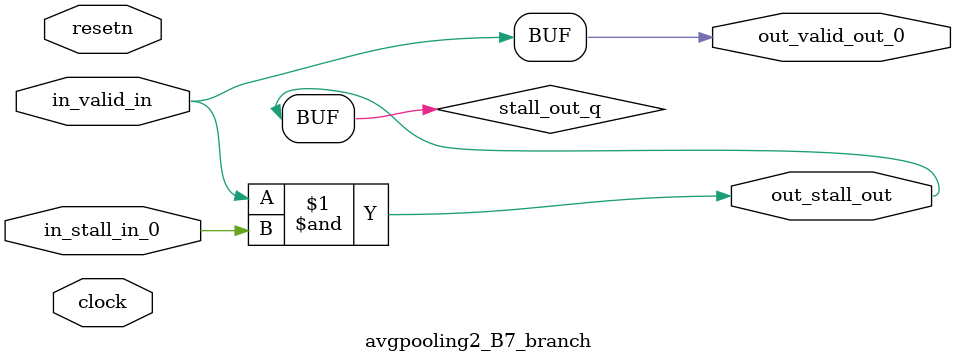
<source format=sv>



(* altera_attribute = "-name AUTO_SHIFT_REGISTER_RECOGNITION OFF; -name MESSAGE_DISABLE 10036; -name MESSAGE_DISABLE 10037; -name MESSAGE_DISABLE 14130; -name MESSAGE_DISABLE 14320; -name MESSAGE_DISABLE 15400; -name MESSAGE_DISABLE 14130; -name MESSAGE_DISABLE 10036; -name MESSAGE_DISABLE 12020; -name MESSAGE_DISABLE 12030; -name MESSAGE_DISABLE 12010; -name MESSAGE_DISABLE 12110; -name MESSAGE_DISABLE 14320; -name MESSAGE_DISABLE 13410; -name MESSAGE_DISABLE 113007; -name MESSAGE_DISABLE 10958" *)
module avgpooling2_B7_branch (
    input wire [0:0] in_stall_in_0,
    input wire [0:0] in_valid_in,
    output wire [0:0] out_stall_out,
    output wire [0:0] out_valid_out_0,
    input wire clock,
    input wire resetn
    );

    wire [0:0] stall_out_q;


    // stall_out(LOGICAL,6)
    assign stall_out_q = in_valid_in & in_stall_in_0;

    // out_stall_out(GPOUT,4)
    assign out_stall_out = stall_out_q;

    // out_valid_out_0(GPOUT,5)
    assign out_valid_out_0 = in_valid_in;

endmodule

</source>
